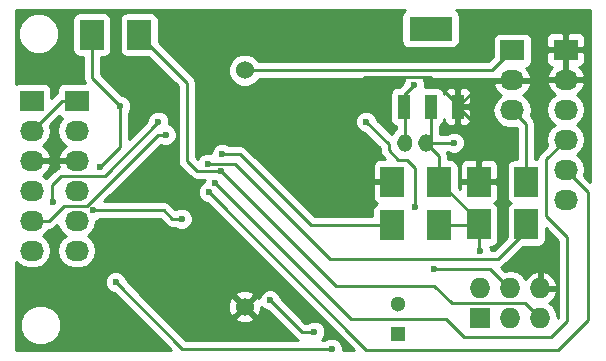
<source format=gbl>
G04 #@! TF.FileFunction,Copper,L2,Bot,Signal*
%FSLAX46Y46*%
G04 Gerber Fmt 4.6, Leading zero omitted, Abs format (unit mm)*
G04 Created by KiCad (PCBNEW 4.0.2-stable) date 02.07.2016 15:57:05*
%MOMM*%
G01*
G04 APERTURE LIST*
%ADD10C,0.100000*%
%ADD11R,2.032000X1.727200*%
%ADD12O,2.032000X1.727200*%
%ADD13R,1.727200X1.727200*%
%ADD14O,1.727200X1.727200*%
%ADD15C,1.524000*%
%ADD16O,1.270000X1.524000*%
%ADD17R,3.657600X2.032000*%
%ADD18R,1.016000X2.032000*%
%ADD19R,2.000000X2.500000*%
%ADD20R,1.300000X1.300000*%
%ADD21C,1.300000*%
%ADD22C,0.600000*%
%ADD23C,0.250000*%
%ADD24C,0.254000*%
G04 APERTURE END LIST*
D10*
D11*
X145669000Y-85979000D03*
D12*
X145669000Y-88519000D03*
X145669000Y-91059000D03*
X145669000Y-93599000D03*
X145669000Y-96139000D03*
X145669000Y-98679000D03*
D13*
X183642000Y-104394000D03*
D14*
X183642000Y-101854000D03*
X186182000Y-104394000D03*
X186182000Y-101854000D03*
X188722000Y-104394000D03*
X188722000Y-101854000D03*
D11*
X149479000Y-85979000D03*
D12*
X149479000Y-88519000D03*
X149479000Y-91059000D03*
X149479000Y-93599000D03*
X149479000Y-96139000D03*
X149479000Y-98679000D03*
D15*
X163719500Y-103425000D03*
X163719500Y-83425000D03*
D16*
X179070000Y-89535000D03*
X177292000Y-89535000D03*
D11*
X190881000Y-81661000D03*
D12*
X190881000Y-84201000D03*
X190881000Y-86741000D03*
X190881000Y-89281000D03*
X190881000Y-91821000D03*
X190881000Y-94361000D03*
D11*
X186372500Y-81724500D03*
D12*
X186372500Y-84264500D03*
X186372500Y-86804500D03*
D17*
X179451000Y-79883000D03*
D18*
X179451000Y-86487000D03*
X177165000Y-86487000D03*
X181737000Y-86487000D03*
D19*
X187547000Y-92837000D03*
X183547000Y-92837000D03*
X180181000Y-92837000D03*
X176181000Y-92837000D03*
D20*
X176657000Y-105727500D03*
D21*
X176657000Y-103227500D03*
D19*
X154781000Y-80391000D03*
X150781000Y-80391000D03*
X176181000Y-96520000D03*
X180181000Y-96520000D03*
X187547000Y-96456500D03*
X183547000Y-96456500D03*
D22*
X164401500Y-79184500D03*
X171450000Y-93789500D03*
X151460200Y-91617800D03*
X153187400Y-86436200D03*
X169608500Y-105537000D03*
X165862000Y-102870000D03*
X183642000Y-98679000D03*
X181419500Y-89535000D03*
X158369000Y-95986600D03*
X150876000Y-95275400D03*
X179768500Y-100203000D03*
X178117500Y-94996000D03*
X173990000Y-87757000D03*
X147447000Y-94538800D03*
X156413200Y-87757000D03*
X157048200Y-88874600D03*
X161798000Y-90487500D03*
X160591500Y-91313000D03*
X161226500Y-92964000D03*
X160655000Y-93726000D03*
X161734500Y-91948000D03*
X171069000Y-106997500D03*
X152781000Y-101346000D03*
X178054000Y-84645500D03*
D23*
X171386500Y-92837000D02*
X166751000Y-92837000D01*
X166751000Y-92837000D02*
X160623250Y-86709250D01*
X181737000Y-86360000D02*
X179387500Y-84010500D01*
X160655000Y-86709250D02*
X160655000Y-82232500D01*
X160655000Y-82232500D02*
X163703000Y-79184500D01*
X163703000Y-79184500D02*
X164401500Y-79184500D01*
X160623250Y-86709250D02*
X160655000Y-86709250D01*
X179387500Y-84010500D02*
X173863000Y-84010500D01*
X173863000Y-84010500D02*
X171164250Y-86709250D01*
X171164250Y-86709250D02*
X160623250Y-86709250D01*
X171386500Y-92837000D02*
X171386500Y-93726000D01*
X171386500Y-93726000D02*
X171450000Y-93789500D01*
X181737000Y-86487000D02*
X181737000Y-86360000D01*
X176181000Y-92837000D02*
X171386500Y-92837000D01*
X188722000Y-101854000D02*
X188722000Y-101600000D01*
X186372500Y-84264500D02*
X183959500Y-84264500D01*
X183959500Y-84264500D02*
X181737000Y-86487000D01*
X190881000Y-84201000D02*
X190881000Y-81661000D01*
X186372500Y-84264500D02*
X190817500Y-84264500D01*
X190817500Y-84264500D02*
X190881000Y-84201000D01*
X183547000Y-92837000D02*
X183547000Y-88297000D01*
X183547000Y-88297000D02*
X181737000Y-86487000D01*
X150781000Y-80391000D02*
X150781000Y-84029800D01*
X150781000Y-84029800D02*
X153187400Y-86436200D01*
X151460200Y-91617800D02*
X153187400Y-89890600D01*
X153187400Y-89890600D02*
X153187400Y-86436200D01*
X149479000Y-93599000D02*
X149733000Y-93599000D01*
X151638000Y-81248000D02*
X150781000Y-80391000D01*
X168529000Y-105537000D02*
X169608500Y-105537000D01*
X165862000Y-102870000D02*
X168529000Y-105537000D01*
X180181000Y-96520000D02*
X183483500Y-96520000D01*
X183483500Y-96520000D02*
X183547000Y-96456500D01*
X183547000Y-96456500D02*
X183547000Y-96203000D01*
X183547000Y-96203000D02*
X180181000Y-92837000D01*
X183547000Y-98584000D02*
X183547000Y-96456500D01*
X183642000Y-98679000D02*
X183547000Y-98584000D01*
X180181000Y-92837000D02*
X180181000Y-90646000D01*
X180181000Y-90646000D02*
X179070000Y-89535000D01*
X179070000Y-89535000D02*
X181419500Y-89535000D01*
X179451000Y-86487000D02*
X179451000Y-89154000D01*
X157581600Y-95986600D02*
X158369000Y-95986600D01*
X156870400Y-95275400D02*
X157581600Y-95986600D01*
X150876000Y-95275400D02*
X156870400Y-95275400D01*
X186182000Y-101854000D02*
X186118500Y-101854000D01*
X186118500Y-101854000D02*
X184467500Y-100203000D01*
X184467500Y-100203000D02*
X179768500Y-100203000D01*
X178117500Y-91694000D02*
X178117500Y-94996000D01*
X177419000Y-90995500D02*
X178117500Y-91694000D01*
X176720500Y-90995500D02*
X177419000Y-90995500D01*
X175895000Y-90170000D02*
X176720500Y-90995500D01*
X175895000Y-89662000D02*
X175895000Y-90170000D01*
X173990000Y-87757000D02*
X175895000Y-89662000D01*
X147447000Y-94538800D02*
X147421600Y-94513400D01*
X147421600Y-94513400D02*
X147421600Y-93116400D01*
X147421600Y-93116400D02*
X148183600Y-92354400D01*
X148183600Y-92354400D02*
X151866600Y-92354400D01*
X151866600Y-92354400D02*
X156413200Y-87807800D01*
X156413200Y-87807800D02*
X156413200Y-87757000D01*
X145415000Y-98679000D02*
X145415000Y-98615500D01*
X145669000Y-96139000D02*
X147142200Y-96139000D01*
X156362400Y-88874600D02*
X157048200Y-88874600D01*
X150368000Y-94869000D02*
X156362400Y-88874600D01*
X148412200Y-94869000D02*
X150368000Y-94869000D01*
X147142200Y-96139000D02*
X148412200Y-94869000D01*
X149479000Y-85979000D02*
X148209000Y-85979000D01*
X148209000Y-85979000D02*
X145669000Y-88519000D01*
X176181000Y-96520000D02*
X169354500Y-96520000D01*
X163322000Y-90487500D02*
X161798000Y-90487500D01*
X169354500Y-96520000D02*
X163322000Y-90487500D01*
X145415000Y-85979000D02*
X146367500Y-85979000D01*
X187547000Y-96456500D02*
X187547000Y-96996500D01*
X187547000Y-96996500D02*
X185166000Y-99377500D01*
X162877500Y-91313000D02*
X160591500Y-91313000D01*
X170942000Y-99377500D02*
X162877500Y-91313000D01*
X185166000Y-99377500D02*
X170942000Y-99377500D01*
X187547000Y-96456500D02*
X187547000Y-96615500D01*
X189230000Y-90932000D02*
X190881000Y-89281000D01*
X189230000Y-95758000D02*
X189230000Y-90932000D01*
X191008000Y-97536000D02*
X189230000Y-95758000D01*
X191008000Y-104648000D02*
X191008000Y-97536000D01*
X189674500Y-105981500D02*
X191008000Y-104648000D01*
X182308500Y-105981500D02*
X189674500Y-105981500D01*
X180784500Y-104457500D02*
X182308500Y-105981500D01*
X172720000Y-104457500D02*
X180784500Y-104457500D01*
X161226500Y-92964000D02*
X172720000Y-104457500D01*
X192786000Y-93726000D02*
X190881000Y-91821000D01*
X192786000Y-104521000D02*
X192786000Y-93726000D01*
X190246000Y-107061000D02*
X192786000Y-104521000D01*
X173990000Y-107061000D02*
X190246000Y-107061000D01*
X160655000Y-93726000D02*
X173990000Y-107061000D01*
X154781000Y-80391000D02*
X154781000Y-80435200D01*
X154781000Y-80435200D02*
X158800800Y-84455000D01*
X158800800Y-84455000D02*
X158800800Y-91084400D01*
X158800800Y-91084400D02*
X159664400Y-91948000D01*
X159664400Y-91948000D02*
X161734500Y-91948000D01*
X187452000Y-103124000D02*
X188722000Y-104394000D01*
X181229000Y-103124000D02*
X187452000Y-103124000D01*
X179768500Y-101663500D02*
X181229000Y-103124000D01*
X171450000Y-101663500D02*
X179768500Y-101663500D01*
X161734500Y-91948000D02*
X171450000Y-101663500D01*
X158432500Y-106997500D02*
X171069000Y-106997500D01*
X152781000Y-101346000D02*
X158432500Y-106997500D01*
X163719500Y-83425000D02*
X184672000Y-83425000D01*
X184672000Y-83425000D02*
X186372500Y-81724500D01*
X177165000Y-86487000D02*
X177165000Y-85534500D01*
X177165000Y-85534500D02*
X178054000Y-84645500D01*
X177165000Y-86487000D02*
X177165000Y-85852000D01*
X177165000Y-86487000D02*
X177165000Y-85471000D01*
X177292000Y-89535000D02*
X177292000Y-86614000D01*
X177292000Y-86614000D02*
X177165000Y-86487000D01*
X187547000Y-92837000D02*
X187547000Y-87979000D01*
X187547000Y-87979000D02*
X186372500Y-86804500D01*
D24*
G36*
X177170759Y-78402910D02*
X177025769Y-78615110D01*
X176974760Y-78867000D01*
X176974760Y-80899000D01*
X177019038Y-81134317D01*
X177158110Y-81350441D01*
X177370310Y-81495431D01*
X177622200Y-81546440D01*
X181279800Y-81546440D01*
X181515117Y-81502162D01*
X181731241Y-81363090D01*
X181876231Y-81150890D01*
X181927240Y-80899000D01*
X181927240Y-78867000D01*
X181882962Y-78631683D01*
X181743890Y-78415559D01*
X181585009Y-78307000D01*
X192965000Y-78307000D01*
X192965000Y-92830198D01*
X192463381Y-92328579D01*
X192564345Y-91821000D01*
X192450271Y-91247511D01*
X192125415Y-90761330D01*
X191810634Y-90551000D01*
X192125415Y-90340670D01*
X192450271Y-89854489D01*
X192564345Y-89281000D01*
X192450271Y-88707511D01*
X192125415Y-88221330D01*
X191810634Y-88011000D01*
X192125415Y-87800670D01*
X192450271Y-87314489D01*
X192564345Y-86741000D01*
X192450271Y-86167511D01*
X192125415Y-85681330D01*
X191815931Y-85474539D01*
X192231732Y-85103036D01*
X192485709Y-84575791D01*
X192488358Y-84560026D01*
X192367217Y-84328000D01*
X191008000Y-84328000D01*
X191008000Y-84348000D01*
X190754000Y-84348000D01*
X190754000Y-84328000D01*
X189394783Y-84328000D01*
X189273642Y-84560026D01*
X189276291Y-84575791D01*
X189530268Y-85103036D01*
X189946069Y-85474539D01*
X189636585Y-85681330D01*
X189311729Y-86167511D01*
X189197655Y-86741000D01*
X189311729Y-87314489D01*
X189636585Y-87800670D01*
X189951366Y-88011000D01*
X189636585Y-88221330D01*
X189311729Y-88707511D01*
X189197655Y-89281000D01*
X189298619Y-89788579D01*
X188692599Y-90394599D01*
X188527852Y-90641161D01*
X188470000Y-90932000D01*
X188470000Y-90939560D01*
X188307000Y-90939560D01*
X188307000Y-87979000D01*
X188249148Y-87688161D01*
X188084401Y-87441599D01*
X187954881Y-87312079D01*
X188055845Y-86804500D01*
X187941771Y-86231011D01*
X187616915Y-85744830D01*
X187307431Y-85538039D01*
X187723232Y-85166536D01*
X187977209Y-84639291D01*
X187979858Y-84623526D01*
X187858717Y-84391500D01*
X186499500Y-84391500D01*
X186499500Y-84411500D01*
X186245500Y-84411500D01*
X186245500Y-84391500D01*
X184886283Y-84391500D01*
X184765142Y-84623526D01*
X184767791Y-84639291D01*
X185021768Y-85166536D01*
X185437569Y-85538039D01*
X185128085Y-85744830D01*
X184803229Y-86231011D01*
X184689155Y-86804500D01*
X184803229Y-87377989D01*
X185128085Y-87864170D01*
X185614266Y-88189026D01*
X186187755Y-88303100D01*
X186557245Y-88303100D01*
X186756637Y-88263439D01*
X186787000Y-88293802D01*
X186787000Y-90939560D01*
X186547000Y-90939560D01*
X186311683Y-90983838D01*
X186095559Y-91122910D01*
X185950569Y-91335110D01*
X185899560Y-91587000D01*
X185899560Y-94087000D01*
X185943838Y-94322317D01*
X186082910Y-94538441D01*
X186242780Y-94647676D01*
X186095559Y-94742410D01*
X185950569Y-94954610D01*
X185899560Y-95206500D01*
X185899560Y-97569137D01*
X184851198Y-98617500D01*
X184577054Y-98617500D01*
X184577162Y-98493833D01*
X184519360Y-98353940D01*
X184547000Y-98353940D01*
X184782317Y-98309662D01*
X184998441Y-98170590D01*
X185143431Y-97958390D01*
X185194440Y-97706500D01*
X185194440Y-95206500D01*
X185150162Y-94971183D01*
X185011090Y-94755059D01*
X184853482Y-94647370D01*
X184906698Y-94625327D01*
X185085327Y-94446699D01*
X185182000Y-94213310D01*
X185182000Y-93122750D01*
X185023250Y-92964000D01*
X183674000Y-92964000D01*
X183674000Y-92984000D01*
X183420000Y-92984000D01*
X183420000Y-92964000D01*
X182070750Y-92964000D01*
X181912000Y-93122750D01*
X181912000Y-93493198D01*
X181828440Y-93409638D01*
X181828440Y-91587000D01*
X181804674Y-91460690D01*
X181912000Y-91460690D01*
X181912000Y-92551250D01*
X182070750Y-92710000D01*
X183420000Y-92710000D01*
X183420000Y-91110750D01*
X183674000Y-91110750D01*
X183674000Y-92710000D01*
X185023250Y-92710000D01*
X185182000Y-92551250D01*
X185182000Y-91460690D01*
X185085327Y-91227301D01*
X184906698Y-91048673D01*
X184673309Y-90952000D01*
X183832750Y-90952000D01*
X183674000Y-91110750D01*
X183420000Y-91110750D01*
X183261250Y-90952000D01*
X182420691Y-90952000D01*
X182187302Y-91048673D01*
X182008673Y-91227301D01*
X181912000Y-91460690D01*
X181804674Y-91460690D01*
X181784162Y-91351683D01*
X181645090Y-91135559D01*
X181432890Y-90990569D01*
X181181000Y-90939560D01*
X180941000Y-90939560D01*
X180941000Y-90646000D01*
X180883148Y-90355161D01*
X180883148Y-90355160D01*
X180842950Y-90295000D01*
X180857037Y-90295000D01*
X180889173Y-90327192D01*
X181232701Y-90469838D01*
X181604667Y-90470162D01*
X181948443Y-90328117D01*
X182211692Y-90065327D01*
X182354338Y-89721799D01*
X182354662Y-89349833D01*
X182212617Y-89006057D01*
X181949827Y-88742808D01*
X181606299Y-88600162D01*
X181234333Y-88599838D01*
X180890557Y-88741883D01*
X180857382Y-88775000D01*
X180211000Y-88775000D01*
X180211000Y-88095427D01*
X180410441Y-87967090D01*
X180555431Y-87754890D01*
X180594000Y-87564431D01*
X180594000Y-87629310D01*
X180690673Y-87862699D01*
X180869302Y-88041327D01*
X181102691Y-88138000D01*
X181451250Y-88138000D01*
X181610000Y-87979250D01*
X181610000Y-86614000D01*
X181864000Y-86614000D01*
X181864000Y-87979250D01*
X182022750Y-88138000D01*
X182371309Y-88138000D01*
X182604698Y-88041327D01*
X182783327Y-87862699D01*
X182880000Y-87629310D01*
X182880000Y-86772750D01*
X182721250Y-86614000D01*
X181864000Y-86614000D01*
X181610000Y-86614000D01*
X181590000Y-86614000D01*
X181590000Y-86360000D01*
X181610000Y-86360000D01*
X181610000Y-84994750D01*
X181864000Y-84994750D01*
X181864000Y-86360000D01*
X182721250Y-86360000D01*
X182880000Y-86201250D01*
X182880000Y-85344690D01*
X182783327Y-85111301D01*
X182604698Y-84932673D01*
X182371309Y-84836000D01*
X182022750Y-84836000D01*
X181864000Y-84994750D01*
X181610000Y-84994750D01*
X181451250Y-84836000D01*
X181102691Y-84836000D01*
X180869302Y-84932673D01*
X180690673Y-85111301D01*
X180594000Y-85344690D01*
X180594000Y-85404887D01*
X180562162Y-85235683D01*
X180423090Y-85019559D01*
X180210890Y-84874569D01*
X179959000Y-84823560D01*
X178988846Y-84823560D01*
X178989162Y-84460333D01*
X178875397Y-84185000D01*
X184672000Y-84185000D01*
X184910796Y-84137500D01*
X186245500Y-84137500D01*
X186245500Y-84117500D01*
X186499500Y-84117500D01*
X186499500Y-84137500D01*
X187858717Y-84137500D01*
X187979858Y-83905474D01*
X187977209Y-83889709D01*
X187723232Y-83362464D01*
X187547655Y-83205593D01*
X187623817Y-83191262D01*
X187839941Y-83052190D01*
X187984931Y-82839990D01*
X188035940Y-82588100D01*
X188035940Y-81946750D01*
X189230000Y-81946750D01*
X189230000Y-82650910D01*
X189326673Y-82884299D01*
X189505302Y-83062927D01*
X189702861Y-83144759D01*
X189530268Y-83298964D01*
X189276291Y-83826209D01*
X189273642Y-83841974D01*
X189394783Y-84074000D01*
X190754000Y-84074000D01*
X190754000Y-81788000D01*
X191008000Y-81788000D01*
X191008000Y-84074000D01*
X192367217Y-84074000D01*
X192488358Y-83841974D01*
X192485709Y-83826209D01*
X192231732Y-83298964D01*
X192059139Y-83144759D01*
X192256698Y-83062927D01*
X192435327Y-82884299D01*
X192532000Y-82650910D01*
X192532000Y-81946750D01*
X192373250Y-81788000D01*
X191008000Y-81788000D01*
X190754000Y-81788000D01*
X189388750Y-81788000D01*
X189230000Y-81946750D01*
X188035940Y-81946750D01*
X188035940Y-80860900D01*
X188000225Y-80671090D01*
X189230000Y-80671090D01*
X189230000Y-81375250D01*
X189388750Y-81534000D01*
X190754000Y-81534000D01*
X190754000Y-80321150D01*
X191008000Y-80321150D01*
X191008000Y-81534000D01*
X192373250Y-81534000D01*
X192532000Y-81375250D01*
X192532000Y-80671090D01*
X192435327Y-80437701D01*
X192256698Y-80259073D01*
X192023309Y-80162400D01*
X191166750Y-80162400D01*
X191008000Y-80321150D01*
X190754000Y-80321150D01*
X190595250Y-80162400D01*
X189738691Y-80162400D01*
X189505302Y-80259073D01*
X189326673Y-80437701D01*
X189230000Y-80671090D01*
X188000225Y-80671090D01*
X187991662Y-80625583D01*
X187852590Y-80409459D01*
X187640390Y-80264469D01*
X187388500Y-80213460D01*
X185356500Y-80213460D01*
X185121183Y-80257738D01*
X184905059Y-80396810D01*
X184760069Y-80609010D01*
X184709060Y-80860900D01*
X184709060Y-82313138D01*
X184357198Y-82665000D01*
X164917031Y-82665000D01*
X164904510Y-82634697D01*
X164511870Y-82241371D01*
X163998600Y-82028243D01*
X163442839Y-82027758D01*
X162929197Y-82239990D01*
X162535871Y-82632630D01*
X162322743Y-83145900D01*
X162322258Y-83701661D01*
X162534490Y-84215303D01*
X162927130Y-84608629D01*
X163440400Y-84821757D01*
X163996161Y-84822242D01*
X164509803Y-84610010D01*
X164903129Y-84217370D01*
X164916570Y-84185000D01*
X177232813Y-84185000D01*
X177119162Y-84458701D01*
X177119121Y-84505577D01*
X176818966Y-84805732D01*
X176792284Y-84823560D01*
X176657000Y-84823560D01*
X176421683Y-84867838D01*
X176205559Y-85006910D01*
X176060569Y-85219110D01*
X176009560Y-85471000D01*
X176009560Y-87503000D01*
X176053838Y-87738317D01*
X176192910Y-87954441D01*
X176405110Y-88099431D01*
X176532000Y-88125127D01*
X176532000Y-88390379D01*
X176393974Y-88482605D01*
X176152219Y-88844417D01*
X174925122Y-87617320D01*
X174925162Y-87571833D01*
X174783117Y-87228057D01*
X174520327Y-86964808D01*
X174176799Y-86822162D01*
X173804833Y-86821838D01*
X173461057Y-86963883D01*
X173197808Y-87226673D01*
X173055162Y-87570201D01*
X173054838Y-87942167D01*
X173196883Y-88285943D01*
X173459673Y-88549192D01*
X173803201Y-88691838D01*
X173850077Y-88691879D01*
X175135000Y-89976802D01*
X175135000Y-90170000D01*
X175192852Y-90460839D01*
X175357599Y-90707401D01*
X175602198Y-90952000D01*
X175054691Y-90952000D01*
X174821302Y-91048673D01*
X174642673Y-91227301D01*
X174546000Y-91460690D01*
X174546000Y-92551250D01*
X174704750Y-92710000D01*
X176054000Y-92710000D01*
X176054000Y-92690000D01*
X176308000Y-92690000D01*
X176308000Y-92710000D01*
X176328000Y-92710000D01*
X176328000Y-92964000D01*
X176308000Y-92964000D01*
X176308000Y-92984000D01*
X176054000Y-92984000D01*
X176054000Y-92964000D01*
X174704750Y-92964000D01*
X174546000Y-93122750D01*
X174546000Y-94213310D01*
X174642673Y-94446699D01*
X174821302Y-94625327D01*
X174936220Y-94672928D01*
X174729559Y-94805910D01*
X174584569Y-95018110D01*
X174533560Y-95270000D01*
X174533560Y-95760000D01*
X169669302Y-95760000D01*
X163859401Y-89950099D01*
X163612839Y-89785352D01*
X163322000Y-89727500D01*
X162360463Y-89727500D01*
X162328327Y-89695308D01*
X161984799Y-89552662D01*
X161612833Y-89552338D01*
X161269057Y-89694383D01*
X161005808Y-89957173D01*
X160863162Y-90300701D01*
X160863064Y-90413360D01*
X160778299Y-90378162D01*
X160406333Y-90377838D01*
X160062557Y-90519883D01*
X159799308Y-90782673D01*
X159733165Y-90941963D01*
X159560800Y-90769598D01*
X159560800Y-84455000D01*
X159502948Y-84164161D01*
X159338201Y-83917599D01*
X156428440Y-81007838D01*
X156428440Y-79141000D01*
X156384162Y-78905683D01*
X156245090Y-78689559D01*
X156032890Y-78544569D01*
X155781000Y-78493560D01*
X153781000Y-78493560D01*
X153545683Y-78537838D01*
X153329559Y-78676910D01*
X153184569Y-78889110D01*
X153133560Y-79141000D01*
X153133560Y-81641000D01*
X153177838Y-81876317D01*
X153316910Y-82092441D01*
X153529110Y-82237431D01*
X153781000Y-82288440D01*
X155559438Y-82288440D01*
X158040800Y-84769802D01*
X158040800Y-91084400D01*
X158098652Y-91375239D01*
X158263399Y-91621801D01*
X159126999Y-92485401D01*
X159373561Y-92650148D01*
X159664400Y-92708000D01*
X160320397Y-92708000D01*
X160291662Y-92777201D01*
X160291586Y-92864488D01*
X160126057Y-92932883D01*
X159862808Y-93195673D01*
X159720162Y-93539201D01*
X159719838Y-93911167D01*
X159861883Y-94254943D01*
X160124673Y-94518192D01*
X160468201Y-94660838D01*
X160515077Y-94660879D01*
X172967198Y-107113000D01*
X172003900Y-107113000D01*
X172004162Y-106812333D01*
X171862117Y-106468557D01*
X171599327Y-106205308D01*
X171255799Y-106062662D01*
X170883833Y-106062338D01*
X170540057Y-106204383D01*
X170506882Y-106237500D01*
X170230222Y-106237500D01*
X170400692Y-106067327D01*
X170543338Y-105723799D01*
X170543662Y-105351833D01*
X170401617Y-105008057D01*
X170138827Y-104744808D01*
X169795299Y-104602162D01*
X169423333Y-104601838D01*
X169079557Y-104743883D01*
X169046382Y-104777000D01*
X168843802Y-104777000D01*
X166797122Y-102730320D01*
X166797162Y-102684833D01*
X166655117Y-102341057D01*
X166392327Y-102077808D01*
X166048799Y-101935162D01*
X165676833Y-101934838D01*
X165333057Y-102076883D01*
X165069808Y-102339673D01*
X164927162Y-102683201D01*
X164927156Y-102689629D01*
X164699713Y-102624392D01*
X163899105Y-103425000D01*
X164699713Y-104225608D01*
X164941897Y-104156143D01*
X165128644Y-103632698D01*
X165119481Y-103449629D01*
X165331673Y-103662192D01*
X165675201Y-103804838D01*
X165722077Y-103804879D01*
X167991599Y-106074401D01*
X168235695Y-106237500D01*
X158747302Y-106237500D01*
X156915015Y-104405213D01*
X162918892Y-104405213D01*
X162988357Y-104647397D01*
X163511802Y-104834144D01*
X164066868Y-104806362D01*
X164450643Y-104647397D01*
X164520108Y-104405213D01*
X163719500Y-103604605D01*
X162918892Y-104405213D01*
X156915015Y-104405213D01*
X155727104Y-103217302D01*
X162310356Y-103217302D01*
X162338138Y-103772368D01*
X162497103Y-104156143D01*
X162739287Y-104225608D01*
X163539895Y-103425000D01*
X162739287Y-102624392D01*
X162497103Y-102693857D01*
X162310356Y-103217302D01*
X155727104Y-103217302D01*
X154954589Y-102444787D01*
X162918892Y-102444787D01*
X163719500Y-103245395D01*
X164520108Y-102444787D01*
X164450643Y-102202603D01*
X163927198Y-102015856D01*
X163372132Y-102043638D01*
X162988357Y-102202603D01*
X162918892Y-102444787D01*
X154954589Y-102444787D01*
X153716122Y-101206320D01*
X153716162Y-101160833D01*
X153574117Y-100817057D01*
X153311327Y-100553808D01*
X152967799Y-100411162D01*
X152595833Y-100410838D01*
X152252057Y-100552883D01*
X151988808Y-100815673D01*
X151846162Y-101159201D01*
X151845838Y-101531167D01*
X151987883Y-101874943D01*
X152250673Y-102138192D01*
X152594201Y-102280838D01*
X152641077Y-102280879D01*
X157473198Y-107113000D01*
X144347000Y-107113000D01*
X144347000Y-105321799D01*
X144670299Y-105321799D01*
X144933881Y-105959715D01*
X145421518Y-106448204D01*
X146058973Y-106712899D01*
X146749199Y-106713501D01*
X147387115Y-106449919D01*
X147875604Y-105962282D01*
X148140299Y-105324827D01*
X148140901Y-104634601D01*
X147877319Y-103996685D01*
X147389682Y-103508196D01*
X146752227Y-103243501D01*
X146062001Y-103242899D01*
X145424085Y-103506481D01*
X144935596Y-103994118D01*
X144670901Y-104631573D01*
X144670299Y-105321799D01*
X144347000Y-105321799D01*
X144347000Y-99622556D01*
X144424585Y-99738670D01*
X144910766Y-100063526D01*
X145484255Y-100177600D01*
X145853745Y-100177600D01*
X146427234Y-100063526D01*
X146913415Y-99738670D01*
X147238271Y-99252489D01*
X147352345Y-98679000D01*
X147238271Y-98105511D01*
X146913415Y-97619330D01*
X146598634Y-97409000D01*
X146913415Y-97198670D01*
X147113648Y-96899000D01*
X147142200Y-96899000D01*
X147433039Y-96841148D01*
X147679601Y-96676401D01*
X147865561Y-96490441D01*
X147909729Y-96712489D01*
X148234585Y-97198670D01*
X148549366Y-97409000D01*
X148234585Y-97619330D01*
X147909729Y-98105511D01*
X147795655Y-98679000D01*
X147909729Y-99252489D01*
X148234585Y-99738670D01*
X148720766Y-100063526D01*
X149294255Y-100177600D01*
X149663745Y-100177600D01*
X150237234Y-100063526D01*
X150723415Y-99738670D01*
X151048271Y-99252489D01*
X151162345Y-98679000D01*
X151048271Y-98105511D01*
X150723415Y-97619330D01*
X150408634Y-97409000D01*
X150723415Y-97198670D01*
X151048271Y-96712489D01*
X151155896Y-96171421D01*
X151404943Y-96068517D01*
X151438118Y-96035400D01*
X156555598Y-96035400D01*
X157044199Y-96524001D01*
X157290761Y-96688748D01*
X157581600Y-96746600D01*
X157806537Y-96746600D01*
X157838673Y-96778792D01*
X158182201Y-96921438D01*
X158554167Y-96921762D01*
X158897943Y-96779717D01*
X159161192Y-96516927D01*
X159303838Y-96173399D01*
X159304162Y-95801433D01*
X159162117Y-95457657D01*
X158899327Y-95194408D01*
X158555799Y-95051762D01*
X158183833Y-95051438D01*
X157856494Y-95186692D01*
X157407801Y-94737999D01*
X157161239Y-94573252D01*
X156870400Y-94515400D01*
X151796402Y-94515400D01*
X156607707Y-89704095D01*
X156861401Y-89809438D01*
X157233367Y-89809762D01*
X157577143Y-89667717D01*
X157840392Y-89404927D01*
X157983038Y-89061399D01*
X157983362Y-88689433D01*
X157841317Y-88345657D01*
X157578527Y-88082408D01*
X157332844Y-87980391D01*
X157348038Y-87943799D01*
X157348362Y-87571833D01*
X157206317Y-87228057D01*
X156943527Y-86964808D01*
X156599999Y-86822162D01*
X156228033Y-86821838D01*
X155884257Y-86963883D01*
X155621008Y-87226673D01*
X155478362Y-87570201D01*
X155478277Y-87667921D01*
X153947400Y-89198798D01*
X153947400Y-86998663D01*
X153979592Y-86966527D01*
X154122238Y-86622999D01*
X154122562Y-86251033D01*
X153980517Y-85907257D01*
X153717727Y-85644008D01*
X153374199Y-85501362D01*
X153327323Y-85501321D01*
X151541000Y-83714998D01*
X151541000Y-82288440D01*
X151781000Y-82288440D01*
X152016317Y-82244162D01*
X152232441Y-82105090D01*
X152377431Y-81892890D01*
X152428440Y-81641000D01*
X152428440Y-79141000D01*
X152384162Y-78905683D01*
X152245090Y-78689559D01*
X152032890Y-78544569D01*
X151781000Y-78493560D01*
X149781000Y-78493560D01*
X149545683Y-78537838D01*
X149329559Y-78676910D01*
X149184569Y-78889110D01*
X149133560Y-79141000D01*
X149133560Y-81641000D01*
X149177838Y-81876317D01*
X149316910Y-82092441D01*
X149529110Y-82237431D01*
X149781000Y-82288440D01*
X150021000Y-82288440D01*
X150021000Y-84029800D01*
X150078852Y-84320639D01*
X150177288Y-84467960D01*
X148463000Y-84467960D01*
X148227683Y-84512238D01*
X148011559Y-84651310D01*
X147866569Y-84863510D01*
X147815560Y-85115400D01*
X147815560Y-85345407D01*
X147671599Y-85441599D01*
X147332440Y-85780758D01*
X147332440Y-85115400D01*
X147288162Y-84880083D01*
X147149090Y-84663959D01*
X146936890Y-84518969D01*
X146685000Y-84467960D01*
X144653000Y-84467960D01*
X144417683Y-84512238D01*
X144347000Y-84557721D01*
X144347000Y-80658399D01*
X144517899Y-80658399D01*
X144781481Y-81296315D01*
X145269118Y-81784804D01*
X145906573Y-82049499D01*
X146596799Y-82050101D01*
X147234715Y-81786519D01*
X147723204Y-81298882D01*
X147987899Y-80661427D01*
X147988501Y-79971201D01*
X147724919Y-79333285D01*
X147237282Y-78844796D01*
X146599827Y-78580101D01*
X145909601Y-78579499D01*
X145271685Y-78843081D01*
X144783196Y-79330718D01*
X144518501Y-79968173D01*
X144517899Y-80658399D01*
X144347000Y-80658399D01*
X144347000Y-78307000D01*
X177319807Y-78307000D01*
X177170759Y-78402910D01*
X177170759Y-78402910D01*
G37*
X177170759Y-78402910D02*
X177025769Y-78615110D01*
X176974760Y-78867000D01*
X176974760Y-80899000D01*
X177019038Y-81134317D01*
X177158110Y-81350441D01*
X177370310Y-81495431D01*
X177622200Y-81546440D01*
X181279800Y-81546440D01*
X181515117Y-81502162D01*
X181731241Y-81363090D01*
X181876231Y-81150890D01*
X181927240Y-80899000D01*
X181927240Y-78867000D01*
X181882962Y-78631683D01*
X181743890Y-78415559D01*
X181585009Y-78307000D01*
X192965000Y-78307000D01*
X192965000Y-92830198D01*
X192463381Y-92328579D01*
X192564345Y-91821000D01*
X192450271Y-91247511D01*
X192125415Y-90761330D01*
X191810634Y-90551000D01*
X192125415Y-90340670D01*
X192450271Y-89854489D01*
X192564345Y-89281000D01*
X192450271Y-88707511D01*
X192125415Y-88221330D01*
X191810634Y-88011000D01*
X192125415Y-87800670D01*
X192450271Y-87314489D01*
X192564345Y-86741000D01*
X192450271Y-86167511D01*
X192125415Y-85681330D01*
X191815931Y-85474539D01*
X192231732Y-85103036D01*
X192485709Y-84575791D01*
X192488358Y-84560026D01*
X192367217Y-84328000D01*
X191008000Y-84328000D01*
X191008000Y-84348000D01*
X190754000Y-84348000D01*
X190754000Y-84328000D01*
X189394783Y-84328000D01*
X189273642Y-84560026D01*
X189276291Y-84575791D01*
X189530268Y-85103036D01*
X189946069Y-85474539D01*
X189636585Y-85681330D01*
X189311729Y-86167511D01*
X189197655Y-86741000D01*
X189311729Y-87314489D01*
X189636585Y-87800670D01*
X189951366Y-88011000D01*
X189636585Y-88221330D01*
X189311729Y-88707511D01*
X189197655Y-89281000D01*
X189298619Y-89788579D01*
X188692599Y-90394599D01*
X188527852Y-90641161D01*
X188470000Y-90932000D01*
X188470000Y-90939560D01*
X188307000Y-90939560D01*
X188307000Y-87979000D01*
X188249148Y-87688161D01*
X188084401Y-87441599D01*
X187954881Y-87312079D01*
X188055845Y-86804500D01*
X187941771Y-86231011D01*
X187616915Y-85744830D01*
X187307431Y-85538039D01*
X187723232Y-85166536D01*
X187977209Y-84639291D01*
X187979858Y-84623526D01*
X187858717Y-84391500D01*
X186499500Y-84391500D01*
X186499500Y-84411500D01*
X186245500Y-84411500D01*
X186245500Y-84391500D01*
X184886283Y-84391500D01*
X184765142Y-84623526D01*
X184767791Y-84639291D01*
X185021768Y-85166536D01*
X185437569Y-85538039D01*
X185128085Y-85744830D01*
X184803229Y-86231011D01*
X184689155Y-86804500D01*
X184803229Y-87377989D01*
X185128085Y-87864170D01*
X185614266Y-88189026D01*
X186187755Y-88303100D01*
X186557245Y-88303100D01*
X186756637Y-88263439D01*
X186787000Y-88293802D01*
X186787000Y-90939560D01*
X186547000Y-90939560D01*
X186311683Y-90983838D01*
X186095559Y-91122910D01*
X185950569Y-91335110D01*
X185899560Y-91587000D01*
X185899560Y-94087000D01*
X185943838Y-94322317D01*
X186082910Y-94538441D01*
X186242780Y-94647676D01*
X186095559Y-94742410D01*
X185950569Y-94954610D01*
X185899560Y-95206500D01*
X185899560Y-97569137D01*
X184851198Y-98617500D01*
X184577054Y-98617500D01*
X184577162Y-98493833D01*
X184519360Y-98353940D01*
X184547000Y-98353940D01*
X184782317Y-98309662D01*
X184998441Y-98170590D01*
X185143431Y-97958390D01*
X185194440Y-97706500D01*
X185194440Y-95206500D01*
X185150162Y-94971183D01*
X185011090Y-94755059D01*
X184853482Y-94647370D01*
X184906698Y-94625327D01*
X185085327Y-94446699D01*
X185182000Y-94213310D01*
X185182000Y-93122750D01*
X185023250Y-92964000D01*
X183674000Y-92964000D01*
X183674000Y-92984000D01*
X183420000Y-92984000D01*
X183420000Y-92964000D01*
X182070750Y-92964000D01*
X181912000Y-93122750D01*
X181912000Y-93493198D01*
X181828440Y-93409638D01*
X181828440Y-91587000D01*
X181804674Y-91460690D01*
X181912000Y-91460690D01*
X181912000Y-92551250D01*
X182070750Y-92710000D01*
X183420000Y-92710000D01*
X183420000Y-91110750D01*
X183674000Y-91110750D01*
X183674000Y-92710000D01*
X185023250Y-92710000D01*
X185182000Y-92551250D01*
X185182000Y-91460690D01*
X185085327Y-91227301D01*
X184906698Y-91048673D01*
X184673309Y-90952000D01*
X183832750Y-90952000D01*
X183674000Y-91110750D01*
X183420000Y-91110750D01*
X183261250Y-90952000D01*
X182420691Y-90952000D01*
X182187302Y-91048673D01*
X182008673Y-91227301D01*
X181912000Y-91460690D01*
X181804674Y-91460690D01*
X181784162Y-91351683D01*
X181645090Y-91135559D01*
X181432890Y-90990569D01*
X181181000Y-90939560D01*
X180941000Y-90939560D01*
X180941000Y-90646000D01*
X180883148Y-90355161D01*
X180883148Y-90355160D01*
X180842950Y-90295000D01*
X180857037Y-90295000D01*
X180889173Y-90327192D01*
X181232701Y-90469838D01*
X181604667Y-90470162D01*
X181948443Y-90328117D01*
X182211692Y-90065327D01*
X182354338Y-89721799D01*
X182354662Y-89349833D01*
X182212617Y-89006057D01*
X181949827Y-88742808D01*
X181606299Y-88600162D01*
X181234333Y-88599838D01*
X180890557Y-88741883D01*
X180857382Y-88775000D01*
X180211000Y-88775000D01*
X180211000Y-88095427D01*
X180410441Y-87967090D01*
X180555431Y-87754890D01*
X180594000Y-87564431D01*
X180594000Y-87629310D01*
X180690673Y-87862699D01*
X180869302Y-88041327D01*
X181102691Y-88138000D01*
X181451250Y-88138000D01*
X181610000Y-87979250D01*
X181610000Y-86614000D01*
X181864000Y-86614000D01*
X181864000Y-87979250D01*
X182022750Y-88138000D01*
X182371309Y-88138000D01*
X182604698Y-88041327D01*
X182783327Y-87862699D01*
X182880000Y-87629310D01*
X182880000Y-86772750D01*
X182721250Y-86614000D01*
X181864000Y-86614000D01*
X181610000Y-86614000D01*
X181590000Y-86614000D01*
X181590000Y-86360000D01*
X181610000Y-86360000D01*
X181610000Y-84994750D01*
X181864000Y-84994750D01*
X181864000Y-86360000D01*
X182721250Y-86360000D01*
X182880000Y-86201250D01*
X182880000Y-85344690D01*
X182783327Y-85111301D01*
X182604698Y-84932673D01*
X182371309Y-84836000D01*
X182022750Y-84836000D01*
X181864000Y-84994750D01*
X181610000Y-84994750D01*
X181451250Y-84836000D01*
X181102691Y-84836000D01*
X180869302Y-84932673D01*
X180690673Y-85111301D01*
X180594000Y-85344690D01*
X180594000Y-85404887D01*
X180562162Y-85235683D01*
X180423090Y-85019559D01*
X180210890Y-84874569D01*
X179959000Y-84823560D01*
X178988846Y-84823560D01*
X178989162Y-84460333D01*
X178875397Y-84185000D01*
X184672000Y-84185000D01*
X184910796Y-84137500D01*
X186245500Y-84137500D01*
X186245500Y-84117500D01*
X186499500Y-84117500D01*
X186499500Y-84137500D01*
X187858717Y-84137500D01*
X187979858Y-83905474D01*
X187977209Y-83889709D01*
X187723232Y-83362464D01*
X187547655Y-83205593D01*
X187623817Y-83191262D01*
X187839941Y-83052190D01*
X187984931Y-82839990D01*
X188035940Y-82588100D01*
X188035940Y-81946750D01*
X189230000Y-81946750D01*
X189230000Y-82650910D01*
X189326673Y-82884299D01*
X189505302Y-83062927D01*
X189702861Y-83144759D01*
X189530268Y-83298964D01*
X189276291Y-83826209D01*
X189273642Y-83841974D01*
X189394783Y-84074000D01*
X190754000Y-84074000D01*
X190754000Y-81788000D01*
X191008000Y-81788000D01*
X191008000Y-84074000D01*
X192367217Y-84074000D01*
X192488358Y-83841974D01*
X192485709Y-83826209D01*
X192231732Y-83298964D01*
X192059139Y-83144759D01*
X192256698Y-83062927D01*
X192435327Y-82884299D01*
X192532000Y-82650910D01*
X192532000Y-81946750D01*
X192373250Y-81788000D01*
X191008000Y-81788000D01*
X190754000Y-81788000D01*
X189388750Y-81788000D01*
X189230000Y-81946750D01*
X188035940Y-81946750D01*
X188035940Y-80860900D01*
X188000225Y-80671090D01*
X189230000Y-80671090D01*
X189230000Y-81375250D01*
X189388750Y-81534000D01*
X190754000Y-81534000D01*
X190754000Y-80321150D01*
X191008000Y-80321150D01*
X191008000Y-81534000D01*
X192373250Y-81534000D01*
X192532000Y-81375250D01*
X192532000Y-80671090D01*
X192435327Y-80437701D01*
X192256698Y-80259073D01*
X192023309Y-80162400D01*
X191166750Y-80162400D01*
X191008000Y-80321150D01*
X190754000Y-80321150D01*
X190595250Y-80162400D01*
X189738691Y-80162400D01*
X189505302Y-80259073D01*
X189326673Y-80437701D01*
X189230000Y-80671090D01*
X188000225Y-80671090D01*
X187991662Y-80625583D01*
X187852590Y-80409459D01*
X187640390Y-80264469D01*
X187388500Y-80213460D01*
X185356500Y-80213460D01*
X185121183Y-80257738D01*
X184905059Y-80396810D01*
X184760069Y-80609010D01*
X184709060Y-80860900D01*
X184709060Y-82313138D01*
X184357198Y-82665000D01*
X164917031Y-82665000D01*
X164904510Y-82634697D01*
X164511870Y-82241371D01*
X163998600Y-82028243D01*
X163442839Y-82027758D01*
X162929197Y-82239990D01*
X162535871Y-82632630D01*
X162322743Y-83145900D01*
X162322258Y-83701661D01*
X162534490Y-84215303D01*
X162927130Y-84608629D01*
X163440400Y-84821757D01*
X163996161Y-84822242D01*
X164509803Y-84610010D01*
X164903129Y-84217370D01*
X164916570Y-84185000D01*
X177232813Y-84185000D01*
X177119162Y-84458701D01*
X177119121Y-84505577D01*
X176818966Y-84805732D01*
X176792284Y-84823560D01*
X176657000Y-84823560D01*
X176421683Y-84867838D01*
X176205559Y-85006910D01*
X176060569Y-85219110D01*
X176009560Y-85471000D01*
X176009560Y-87503000D01*
X176053838Y-87738317D01*
X176192910Y-87954441D01*
X176405110Y-88099431D01*
X176532000Y-88125127D01*
X176532000Y-88390379D01*
X176393974Y-88482605D01*
X176152219Y-88844417D01*
X174925122Y-87617320D01*
X174925162Y-87571833D01*
X174783117Y-87228057D01*
X174520327Y-86964808D01*
X174176799Y-86822162D01*
X173804833Y-86821838D01*
X173461057Y-86963883D01*
X173197808Y-87226673D01*
X173055162Y-87570201D01*
X173054838Y-87942167D01*
X173196883Y-88285943D01*
X173459673Y-88549192D01*
X173803201Y-88691838D01*
X173850077Y-88691879D01*
X175135000Y-89976802D01*
X175135000Y-90170000D01*
X175192852Y-90460839D01*
X175357599Y-90707401D01*
X175602198Y-90952000D01*
X175054691Y-90952000D01*
X174821302Y-91048673D01*
X174642673Y-91227301D01*
X174546000Y-91460690D01*
X174546000Y-92551250D01*
X174704750Y-92710000D01*
X176054000Y-92710000D01*
X176054000Y-92690000D01*
X176308000Y-92690000D01*
X176308000Y-92710000D01*
X176328000Y-92710000D01*
X176328000Y-92964000D01*
X176308000Y-92964000D01*
X176308000Y-92984000D01*
X176054000Y-92984000D01*
X176054000Y-92964000D01*
X174704750Y-92964000D01*
X174546000Y-93122750D01*
X174546000Y-94213310D01*
X174642673Y-94446699D01*
X174821302Y-94625327D01*
X174936220Y-94672928D01*
X174729559Y-94805910D01*
X174584569Y-95018110D01*
X174533560Y-95270000D01*
X174533560Y-95760000D01*
X169669302Y-95760000D01*
X163859401Y-89950099D01*
X163612839Y-89785352D01*
X163322000Y-89727500D01*
X162360463Y-89727500D01*
X162328327Y-89695308D01*
X161984799Y-89552662D01*
X161612833Y-89552338D01*
X161269057Y-89694383D01*
X161005808Y-89957173D01*
X160863162Y-90300701D01*
X160863064Y-90413360D01*
X160778299Y-90378162D01*
X160406333Y-90377838D01*
X160062557Y-90519883D01*
X159799308Y-90782673D01*
X159733165Y-90941963D01*
X159560800Y-90769598D01*
X159560800Y-84455000D01*
X159502948Y-84164161D01*
X159338201Y-83917599D01*
X156428440Y-81007838D01*
X156428440Y-79141000D01*
X156384162Y-78905683D01*
X156245090Y-78689559D01*
X156032890Y-78544569D01*
X155781000Y-78493560D01*
X153781000Y-78493560D01*
X153545683Y-78537838D01*
X153329559Y-78676910D01*
X153184569Y-78889110D01*
X153133560Y-79141000D01*
X153133560Y-81641000D01*
X153177838Y-81876317D01*
X153316910Y-82092441D01*
X153529110Y-82237431D01*
X153781000Y-82288440D01*
X155559438Y-82288440D01*
X158040800Y-84769802D01*
X158040800Y-91084400D01*
X158098652Y-91375239D01*
X158263399Y-91621801D01*
X159126999Y-92485401D01*
X159373561Y-92650148D01*
X159664400Y-92708000D01*
X160320397Y-92708000D01*
X160291662Y-92777201D01*
X160291586Y-92864488D01*
X160126057Y-92932883D01*
X159862808Y-93195673D01*
X159720162Y-93539201D01*
X159719838Y-93911167D01*
X159861883Y-94254943D01*
X160124673Y-94518192D01*
X160468201Y-94660838D01*
X160515077Y-94660879D01*
X172967198Y-107113000D01*
X172003900Y-107113000D01*
X172004162Y-106812333D01*
X171862117Y-106468557D01*
X171599327Y-106205308D01*
X171255799Y-106062662D01*
X170883833Y-106062338D01*
X170540057Y-106204383D01*
X170506882Y-106237500D01*
X170230222Y-106237500D01*
X170400692Y-106067327D01*
X170543338Y-105723799D01*
X170543662Y-105351833D01*
X170401617Y-105008057D01*
X170138827Y-104744808D01*
X169795299Y-104602162D01*
X169423333Y-104601838D01*
X169079557Y-104743883D01*
X169046382Y-104777000D01*
X168843802Y-104777000D01*
X166797122Y-102730320D01*
X166797162Y-102684833D01*
X166655117Y-102341057D01*
X166392327Y-102077808D01*
X166048799Y-101935162D01*
X165676833Y-101934838D01*
X165333057Y-102076883D01*
X165069808Y-102339673D01*
X164927162Y-102683201D01*
X164927156Y-102689629D01*
X164699713Y-102624392D01*
X163899105Y-103425000D01*
X164699713Y-104225608D01*
X164941897Y-104156143D01*
X165128644Y-103632698D01*
X165119481Y-103449629D01*
X165331673Y-103662192D01*
X165675201Y-103804838D01*
X165722077Y-103804879D01*
X167991599Y-106074401D01*
X168235695Y-106237500D01*
X158747302Y-106237500D01*
X156915015Y-104405213D01*
X162918892Y-104405213D01*
X162988357Y-104647397D01*
X163511802Y-104834144D01*
X164066868Y-104806362D01*
X164450643Y-104647397D01*
X164520108Y-104405213D01*
X163719500Y-103604605D01*
X162918892Y-104405213D01*
X156915015Y-104405213D01*
X155727104Y-103217302D01*
X162310356Y-103217302D01*
X162338138Y-103772368D01*
X162497103Y-104156143D01*
X162739287Y-104225608D01*
X163539895Y-103425000D01*
X162739287Y-102624392D01*
X162497103Y-102693857D01*
X162310356Y-103217302D01*
X155727104Y-103217302D01*
X154954589Y-102444787D01*
X162918892Y-102444787D01*
X163719500Y-103245395D01*
X164520108Y-102444787D01*
X164450643Y-102202603D01*
X163927198Y-102015856D01*
X163372132Y-102043638D01*
X162988357Y-102202603D01*
X162918892Y-102444787D01*
X154954589Y-102444787D01*
X153716122Y-101206320D01*
X153716162Y-101160833D01*
X153574117Y-100817057D01*
X153311327Y-100553808D01*
X152967799Y-100411162D01*
X152595833Y-100410838D01*
X152252057Y-100552883D01*
X151988808Y-100815673D01*
X151846162Y-101159201D01*
X151845838Y-101531167D01*
X151987883Y-101874943D01*
X152250673Y-102138192D01*
X152594201Y-102280838D01*
X152641077Y-102280879D01*
X157473198Y-107113000D01*
X144347000Y-107113000D01*
X144347000Y-105321799D01*
X144670299Y-105321799D01*
X144933881Y-105959715D01*
X145421518Y-106448204D01*
X146058973Y-106712899D01*
X146749199Y-106713501D01*
X147387115Y-106449919D01*
X147875604Y-105962282D01*
X148140299Y-105324827D01*
X148140901Y-104634601D01*
X147877319Y-103996685D01*
X147389682Y-103508196D01*
X146752227Y-103243501D01*
X146062001Y-103242899D01*
X145424085Y-103506481D01*
X144935596Y-103994118D01*
X144670901Y-104631573D01*
X144670299Y-105321799D01*
X144347000Y-105321799D01*
X144347000Y-99622556D01*
X144424585Y-99738670D01*
X144910766Y-100063526D01*
X145484255Y-100177600D01*
X145853745Y-100177600D01*
X146427234Y-100063526D01*
X146913415Y-99738670D01*
X147238271Y-99252489D01*
X147352345Y-98679000D01*
X147238271Y-98105511D01*
X146913415Y-97619330D01*
X146598634Y-97409000D01*
X146913415Y-97198670D01*
X147113648Y-96899000D01*
X147142200Y-96899000D01*
X147433039Y-96841148D01*
X147679601Y-96676401D01*
X147865561Y-96490441D01*
X147909729Y-96712489D01*
X148234585Y-97198670D01*
X148549366Y-97409000D01*
X148234585Y-97619330D01*
X147909729Y-98105511D01*
X147795655Y-98679000D01*
X147909729Y-99252489D01*
X148234585Y-99738670D01*
X148720766Y-100063526D01*
X149294255Y-100177600D01*
X149663745Y-100177600D01*
X150237234Y-100063526D01*
X150723415Y-99738670D01*
X151048271Y-99252489D01*
X151162345Y-98679000D01*
X151048271Y-98105511D01*
X150723415Y-97619330D01*
X150408634Y-97409000D01*
X150723415Y-97198670D01*
X151048271Y-96712489D01*
X151155896Y-96171421D01*
X151404943Y-96068517D01*
X151438118Y-96035400D01*
X156555598Y-96035400D01*
X157044199Y-96524001D01*
X157290761Y-96688748D01*
X157581600Y-96746600D01*
X157806537Y-96746600D01*
X157838673Y-96778792D01*
X158182201Y-96921438D01*
X158554167Y-96921762D01*
X158897943Y-96779717D01*
X159161192Y-96516927D01*
X159303838Y-96173399D01*
X159304162Y-95801433D01*
X159162117Y-95457657D01*
X158899327Y-95194408D01*
X158555799Y-95051762D01*
X158183833Y-95051438D01*
X157856494Y-95186692D01*
X157407801Y-94737999D01*
X157161239Y-94573252D01*
X156870400Y-94515400D01*
X151796402Y-94515400D01*
X156607707Y-89704095D01*
X156861401Y-89809438D01*
X157233367Y-89809762D01*
X157577143Y-89667717D01*
X157840392Y-89404927D01*
X157983038Y-89061399D01*
X157983362Y-88689433D01*
X157841317Y-88345657D01*
X157578527Y-88082408D01*
X157332844Y-87980391D01*
X157348038Y-87943799D01*
X157348362Y-87571833D01*
X157206317Y-87228057D01*
X156943527Y-86964808D01*
X156599999Y-86822162D01*
X156228033Y-86821838D01*
X155884257Y-86963883D01*
X155621008Y-87226673D01*
X155478362Y-87570201D01*
X155478277Y-87667921D01*
X153947400Y-89198798D01*
X153947400Y-86998663D01*
X153979592Y-86966527D01*
X154122238Y-86622999D01*
X154122562Y-86251033D01*
X153980517Y-85907257D01*
X153717727Y-85644008D01*
X153374199Y-85501362D01*
X153327323Y-85501321D01*
X151541000Y-83714998D01*
X151541000Y-82288440D01*
X151781000Y-82288440D01*
X152016317Y-82244162D01*
X152232441Y-82105090D01*
X152377431Y-81892890D01*
X152428440Y-81641000D01*
X152428440Y-79141000D01*
X152384162Y-78905683D01*
X152245090Y-78689559D01*
X152032890Y-78544569D01*
X151781000Y-78493560D01*
X149781000Y-78493560D01*
X149545683Y-78537838D01*
X149329559Y-78676910D01*
X149184569Y-78889110D01*
X149133560Y-79141000D01*
X149133560Y-81641000D01*
X149177838Y-81876317D01*
X149316910Y-82092441D01*
X149529110Y-82237431D01*
X149781000Y-82288440D01*
X150021000Y-82288440D01*
X150021000Y-84029800D01*
X150078852Y-84320639D01*
X150177288Y-84467960D01*
X148463000Y-84467960D01*
X148227683Y-84512238D01*
X148011559Y-84651310D01*
X147866569Y-84863510D01*
X147815560Y-85115400D01*
X147815560Y-85345407D01*
X147671599Y-85441599D01*
X147332440Y-85780758D01*
X147332440Y-85115400D01*
X147288162Y-84880083D01*
X147149090Y-84663959D01*
X146936890Y-84518969D01*
X146685000Y-84467960D01*
X144653000Y-84467960D01*
X144417683Y-84512238D01*
X144347000Y-84557721D01*
X144347000Y-80658399D01*
X144517899Y-80658399D01*
X144781481Y-81296315D01*
X145269118Y-81784804D01*
X145906573Y-82049499D01*
X146596799Y-82050101D01*
X147234715Y-81786519D01*
X147723204Y-81298882D01*
X147987899Y-80661427D01*
X147988501Y-79971201D01*
X147724919Y-79333285D01*
X147237282Y-78844796D01*
X146599827Y-78580101D01*
X145909601Y-78579499D01*
X145271685Y-78843081D01*
X144783196Y-79330718D01*
X144518501Y-79968173D01*
X144517899Y-80658399D01*
X144347000Y-80658399D01*
X144347000Y-78307000D01*
X177319807Y-78307000D01*
X177170759Y-78402910D01*
G36*
X190248000Y-97850802D02*
X190248000Y-104333198D01*
X190219929Y-104361269D01*
X190106526Y-103791152D01*
X189781670Y-103304971D01*
X189510839Y-103124008D01*
X189928821Y-102742490D01*
X190176968Y-102213027D01*
X190056469Y-101981000D01*
X188849000Y-101981000D01*
X188849000Y-102001000D01*
X188595000Y-102001000D01*
X188595000Y-101981000D01*
X188575000Y-101981000D01*
X188575000Y-101727000D01*
X188595000Y-101727000D01*
X188595000Y-100520183D01*
X188849000Y-100520183D01*
X188849000Y-101727000D01*
X190056469Y-101727000D01*
X190176968Y-101494973D01*
X189928821Y-100965510D01*
X189496947Y-100571312D01*
X189081026Y-100399042D01*
X188849000Y-100520183D01*
X188595000Y-100520183D01*
X188362974Y-100399042D01*
X187947053Y-100571312D01*
X187515179Y-100965510D01*
X187457664Y-101088228D01*
X187241670Y-100764971D01*
X186755489Y-100440115D01*
X186182000Y-100326041D01*
X185751062Y-100411760D01*
X185425236Y-100085934D01*
X185456839Y-100079648D01*
X185703401Y-99914901D01*
X187264363Y-98353940D01*
X188547000Y-98353940D01*
X188782317Y-98309662D01*
X188998441Y-98170590D01*
X189143431Y-97958390D01*
X189194440Y-97706500D01*
X189194440Y-96797242D01*
X190248000Y-97850802D01*
X190248000Y-97850802D01*
G37*
X190248000Y-97850802D02*
X190248000Y-104333198D01*
X190219929Y-104361269D01*
X190106526Y-103791152D01*
X189781670Y-103304971D01*
X189510839Y-103124008D01*
X189928821Y-102742490D01*
X190176968Y-102213027D01*
X190056469Y-101981000D01*
X188849000Y-101981000D01*
X188849000Y-102001000D01*
X188595000Y-102001000D01*
X188595000Y-101981000D01*
X188575000Y-101981000D01*
X188575000Y-101727000D01*
X188595000Y-101727000D01*
X188595000Y-100520183D01*
X188849000Y-100520183D01*
X188849000Y-101727000D01*
X190056469Y-101727000D01*
X190176968Y-101494973D01*
X189928821Y-100965510D01*
X189496947Y-100571312D01*
X189081026Y-100399042D01*
X188849000Y-100520183D01*
X188595000Y-100520183D01*
X188362974Y-100399042D01*
X187947053Y-100571312D01*
X187515179Y-100965510D01*
X187457664Y-101088228D01*
X187241670Y-100764971D01*
X186755489Y-100440115D01*
X186182000Y-100326041D01*
X185751062Y-100411760D01*
X185425236Y-100085934D01*
X185456839Y-100079648D01*
X185703401Y-99914901D01*
X187264363Y-98353940D01*
X188547000Y-98353940D01*
X188782317Y-98309662D01*
X188998441Y-98170590D01*
X189143431Y-97958390D01*
X189194440Y-97706500D01*
X189194440Y-96797242D01*
X190248000Y-97850802D01*
G36*
X176850748Y-103213358D02*
X176836605Y-103227500D01*
X176850748Y-103241642D01*
X176671143Y-103421248D01*
X176657000Y-103407105D01*
X176642858Y-103421248D01*
X176463252Y-103241642D01*
X176477395Y-103227500D01*
X176463252Y-103213358D01*
X176642858Y-103033752D01*
X176657000Y-103047895D01*
X176671142Y-103033752D01*
X176850748Y-103213358D01*
X176850748Y-103213358D01*
G37*
X176850748Y-103213358D02*
X176836605Y-103227500D01*
X176850748Y-103241642D01*
X176671143Y-103421248D01*
X176657000Y-103407105D01*
X176642858Y-103421248D01*
X176463252Y-103241642D01*
X176477395Y-103227500D01*
X176463252Y-103213358D01*
X176642858Y-103033752D01*
X176657000Y-103047895D01*
X176671142Y-103033752D01*
X176850748Y-103213358D01*
G36*
X147998910Y-87294041D02*
X148211110Y-87439031D01*
X148252439Y-87447400D01*
X148234585Y-87459330D01*
X147909729Y-87945511D01*
X147795655Y-88519000D01*
X147909729Y-89092489D01*
X148234585Y-89578670D01*
X148544069Y-89785461D01*
X148128268Y-90156964D01*
X147874291Y-90684209D01*
X147871642Y-90699974D01*
X147992783Y-90932000D01*
X149352000Y-90932000D01*
X149352000Y-90912000D01*
X149606000Y-90912000D01*
X149606000Y-90932000D01*
X149626000Y-90932000D01*
X149626000Y-91186000D01*
X149606000Y-91186000D01*
X149606000Y-91206000D01*
X149352000Y-91206000D01*
X149352000Y-91186000D01*
X147992783Y-91186000D01*
X147871642Y-91418026D01*
X147874291Y-91433791D01*
X147971938Y-91636503D01*
X147892761Y-91652252D01*
X147646199Y-91816999D01*
X146917602Y-92545596D01*
X146913415Y-92539330D01*
X146603931Y-92332539D01*
X147019732Y-91961036D01*
X147273709Y-91433791D01*
X147276358Y-91418026D01*
X147155217Y-91186000D01*
X145796000Y-91186000D01*
X145796000Y-91206000D01*
X145542000Y-91206000D01*
X145542000Y-91186000D01*
X145522000Y-91186000D01*
X145522000Y-90932000D01*
X145542000Y-90932000D01*
X145542000Y-90912000D01*
X145796000Y-90912000D01*
X145796000Y-90932000D01*
X147155217Y-90932000D01*
X147276358Y-90699974D01*
X147273709Y-90684209D01*
X147019732Y-90156964D01*
X146603931Y-89785461D01*
X146913415Y-89578670D01*
X147238271Y-89092489D01*
X147352345Y-88519000D01*
X147251381Y-88011421D01*
X147987106Y-87275696D01*
X147998910Y-87294041D01*
X147998910Y-87294041D01*
G37*
X147998910Y-87294041D02*
X148211110Y-87439031D01*
X148252439Y-87447400D01*
X148234585Y-87459330D01*
X147909729Y-87945511D01*
X147795655Y-88519000D01*
X147909729Y-89092489D01*
X148234585Y-89578670D01*
X148544069Y-89785461D01*
X148128268Y-90156964D01*
X147874291Y-90684209D01*
X147871642Y-90699974D01*
X147992783Y-90932000D01*
X149352000Y-90932000D01*
X149352000Y-90912000D01*
X149606000Y-90912000D01*
X149606000Y-90932000D01*
X149626000Y-90932000D01*
X149626000Y-91186000D01*
X149606000Y-91186000D01*
X149606000Y-91206000D01*
X149352000Y-91206000D01*
X149352000Y-91186000D01*
X147992783Y-91186000D01*
X147871642Y-91418026D01*
X147874291Y-91433791D01*
X147971938Y-91636503D01*
X147892761Y-91652252D01*
X147646199Y-91816999D01*
X146917602Y-92545596D01*
X146913415Y-92539330D01*
X146603931Y-92332539D01*
X147019732Y-91961036D01*
X147273709Y-91433791D01*
X147276358Y-91418026D01*
X147155217Y-91186000D01*
X145796000Y-91186000D01*
X145796000Y-91206000D01*
X145542000Y-91206000D01*
X145542000Y-91186000D01*
X145522000Y-91186000D01*
X145522000Y-90932000D01*
X145542000Y-90932000D01*
X145542000Y-90912000D01*
X145796000Y-90912000D01*
X145796000Y-90932000D01*
X147155217Y-90932000D01*
X147276358Y-90699974D01*
X147273709Y-90684209D01*
X147019732Y-90156964D01*
X146603931Y-89785461D01*
X146913415Y-89578670D01*
X147238271Y-89092489D01*
X147352345Y-88519000D01*
X147251381Y-88011421D01*
X147987106Y-87275696D01*
X147998910Y-87294041D01*
M02*

</source>
